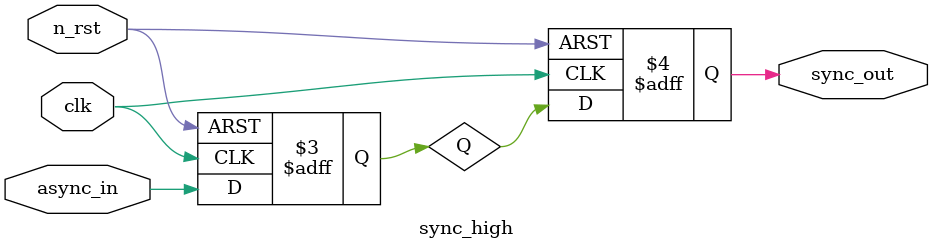
<source format=sv>

module sync_high (
	input wire clk,
	input wire n_rst,
	input wire async_in,
	output reg sync_out
);

	reg Q;

	always_ff@(posedge clk, negedge n_rst) 
	begin : sync_low
		if(1'b0==n_rst)
		begin
			Q <= 1;
			sync_out <= 1;
		end
		else
		begin
			Q <= async_in;
			sync_out <= Q;
		end
	end
endmodule

</source>
